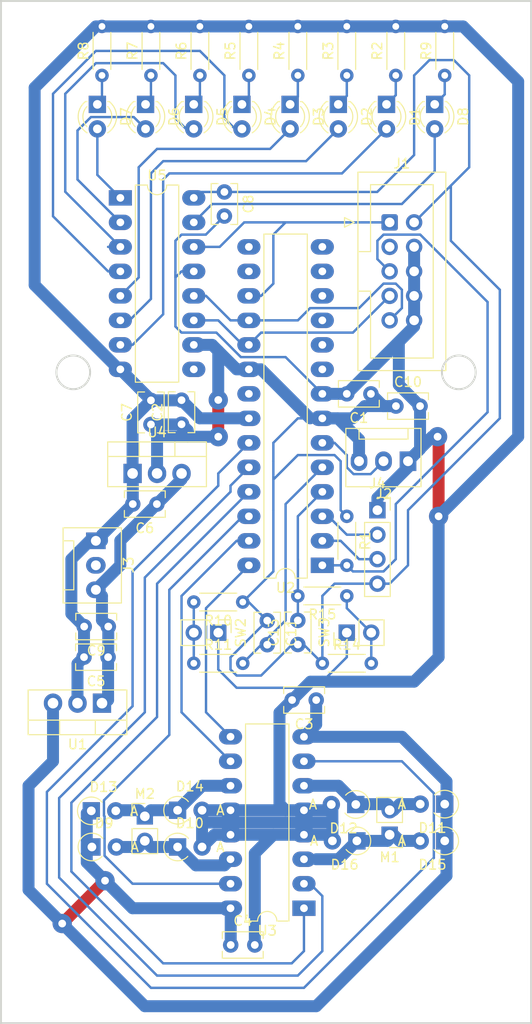
<source format=kicad_pcb>
(kicad_pcb (version 20221018) (generator pcbnew)
  (layers (0 "F.Cu" signal) (31 "B.Cu" signal) (34 "B.Paste" user) (35 "F.Paste" user) (36 "B.SilkS" user "B.Silkscreen") (37 "F.SilkS" user "F.Silkscreen") (38 "B.Mask" user) (39 "F.Mask" user) (44 "Edge.Cuts" user))
  (net 0 "")
  (net 1 "+5V")
  (net 2 "GND")
  (net 3 "VCC")
  (net 4 "Net-(D1-K)")
  (net 5 "Net-(D1-A)")
  (net 6 "Net-(D2-K)")
  (net 7 "Net-(D2-A)")
  (net 8 "Net-(D3-K)")
  (net 9 "Net-(D3-A)")
  (net 10 "Net-(D4-K)")
  (net 11 "Net-(D4-A)")
  (net 12 "Net-(D5-K)")
  (net 13 "Net-(D5-A)")
  (net 14 "Net-(D6-K)")
  (net 15 "Net-(D6-A)")
  (net 16 "Net-(D7-K)")
  (net 17 "Net-(D7-A)")
  (net 18 "Net-(D8-K)")
  (net 19 "Net-(D8-A)")
  (net 20 "Net-(D11-A)")
  (net 21 "Net-(D13-A)")
  (net 22 "Net-(D15-A)")
  (net 24 "Net-(J1-~{RST})")
  (net 25 "Net-(J2-Pin_2)")
  (net 27 "Net-(R10-Pad2)")
  (net 35 "Net-(D10-K)")
  (net 36 "Net-(J4-Pin_3)")
  (net 37 "Net-(J4-Pin_2)")
  (net 41 "Net-(D11-K)")
  (net 42 "/Input right/STATE")
  (net 43 "/Input left/STATE")
  (net 44 "/Eyes/DATA")
  (net 45 "/Eyes/LATCH")
  (net 46 "/Eyes/CLOCK")
  (net 47 "Net-(R14-Pad2)")
  (net 48 "/Engines/2")
  (net 49 "/Engines/1")
  (net 50 "/Engines/1-2 ENABLE")
  (net 51 "/Engines/4")
  (net 52 "/Engines/3")
  (net 53 "/Engines/3-4 ENABLE")
  (footprint "Capacitor_THT:C_Rect_L4.0mm_W2.5mm_P2.50mm" (layer "F.Cu") (at 58.38 78.74 180)
    (fp_text reference "C1")
    (fp_text value "10uF" hide)
  )
  (footprint "Resistor_THT:R_Axial_DIN0204_L3.6mm_D1.6mm_P5.08mm_Horizontal" (layer "F.Cu") (at 40.005 106.68)
    (fp_text reference "R11")
    (fp_text value "10K")
  )
  (footprint "Capacitor_THT:C_Rect_L4.0mm_W2.5mm_P2.50mm" (layer "F.Cu") (at 31.135 102.87 180)
    (fp_text reference "C9")
    (fp_text value "2200uF")
  )
  (footprint "Connector_PinHeader_2.54mm:PinHeader_1x02_P2.54mm_Vertical" (layer "F.Cu") (at 60.325 124.46 180)
    (fp_text reference "M1")
    (fp_text value "Motor_DC")
  )
  (footprint "Connector:FanPinHeader_1x03_P2.54mm_Vertical" (layer "F.Cu") (at 29.845 93.98 -90)
    (fp_text reference "J3")
    (fp_text value "Conn_01x03")
  )
  (footprint "Connector:FanPinHeader_1x03_P2.54mm_Vertical" (layer "F.Cu") (at 62.23 85.725 180)
    (fp_text reference "J2")
    (fp_text value "Conn_01x03")
  )
  (footprint "Package_DIP:DIP-16_W7.62mm_LongPads" (layer "F.Cu") (at 51.435 132.08 180)
    (fp_text reference "U3")
    (fp_text value "L293D")
  )
  (footprint "Connector_PinSocket_2.54mm:PinSocket_1x04_P2.54mm_Vertical" (layer "F.Cu") (at 59.055 90.805)
    (fp_text reference "J4")
    (fp_text value "Conn_01x04_Pin")
  )
  (footprint "Resistor_THT:R_Axial_DIN0204_L3.6mm_D1.6mm_P5.08mm_Horizontal" (layer "F.Cu") (at 53.34 106.68)
    (fp_text reference "R14")
    (fp_text value "10K")
  )
  (footprint "Connector_IDC:IDC-Header_2x05_P2.54mm_Vertical" (layer "F.Cu") (at 60.325 60.96)
    (fp_text reference "J1")
    (fp_text value "AVR-ISP-10")
  )
  (footprint "Package_DIP:DIP-16_W7.62mm_LongPads" (layer "F.Cu") (at 32.385 58.42)
    (fp_text reference "U5")
    (fp_text value "74HC595")
  )
  (footprint "Connector_PinHeader_2.54mm:PinHeader_1x02_P2.54mm_Vertical" (layer "F.Cu") (at 34.925 122.55)
    (fp_text reference "M2")
    (fp_text value "Motor_DC")
  )
  (footprint "Diode_THT:D_A-405_P2.54mm_Vertical_AnodeUp" (layer "F.Cu") (at 66.04 121.285 180)
    (fp_text reference "D11")
    (fp_text value "1N4007")
  )
  (footprint "Capacitor_THT:C_Rect_L4.0mm_W2.5mm_P2.50mm" (layer "F.Cu") (at 36.175 90.17 180)
    (fp_text reference "C6")
    (fp_text value "10uF")
  )
  (footprint "Diode_THT:D_A-405_P2.54mm_Vertical_AnodeUp" (layer "F.Cu") (at 38.325 125.73)
    (fp_text reference "D10")
    (fp_text value "1N4007")
  )
  (footprint "LED_THT:LED_D3.0mm" (layer "F.Cu") (at 30 48.725 -90)
    (fp_text reference "D7")
    (fp_text value "LED")
  )
  (footprint "LED_THT:LED_D3.0mm" (layer "F.Cu") (at 55 48.725 -90)
    (fp_text reference "D2")
    (fp_text value "LED")
  )
  (footprint "Capacitor_THT:C_Rect_L4.0mm_W2.5mm_P2.50mm" (layer "F.Cu") (at 52.705 110.49 180)
    (fp_text reference "C3")
    (fp_text value "100uF")
  )
  (footprint "Resistor_THT:R_Axial_DIN0204_L3.6mm_D1.6mm_P5.08mm_Horizontal" (layer "F.Cu") (at 66.04 45.72 90)
    (fp_text reference "R9")
    (fp_text value "560R")
  )
  (footprint "Resistor_THT:R_Axial_DIN0204_L3.6mm_D1.6mm_P5.08mm_Horizontal" (layer "F.Cu") (at 30.48 45.72 90)
    (fp_text reference "R8")
    (fp_text value "560R")
  )
  (footprint "Resistor_THT:R_Axial_DIN0204_L3.6mm_D1.6mm_P5.08mm_Horizontal" (layer "F.Cu") (at 45.72 45.72 90)
    (fp_text reference "R5")
    (fp_text value "560R")
  )
  (footprint "LED_THT:LED_D3.0mm" (layer "F.Cu") (at 40 48.725 -90)
    (fp_text reference "D5")
    (fp_text value "LED")
  )
  (footprint "Capacitor_THT:C_Rect_L4.0mm_W2.5mm_P2.50mm" (layer "F.Cu") (at 31.115 106.045 180)
    (fp_text reference "C5")
    (fp_text value "100uF")
  )
  (footprint "Resistor_THT:R_Axial_DIN0204_L3.6mm_D1.6mm_P5.08mm_Horizontal" (layer "F.Cu") (at 45.085 100.33 180)
    (fp_text reference "R10")
    (fp_text value "10K")
  )
  (footprint "Package_DIP:DIP-28_W7.62mm_LongPads" (layer "F.Cu") (at 53.34 96.52 180)
    (fp_text reference "U2")
    (fp_text value "ATmega8A-P")
  )
  (footprint "LED_THT:LED_D3.0mm" (layer "F.Cu") (at 35 48.725 -90)
    (fp_text reference "D6")
    (fp_text value "LED")
  )
  (footprint "Diode_THT:D_A-405_P2.54mm_Vertical_AnodeUp" (layer "F.Cu") (at 29.435 125.73)
    (fp_text reference "D9")
    (fp_text value "1N4007")
  )
  (footprint "Resistor_THT:R_Axial_DIN0204_L3.6mm_D1.6mm_P5.08mm_Horizontal" (layer "F.Cu") (at 60.96 45.72 90)
    (fp_text reference "R2")
    (fp_text value "560R")
  )
  (footprint "Diode_THT:D_A-405_P2.54mm_Vertical_AnodeUp" (layer "F.Cu") (at 38.325 121.92)
    (fp_text reference "D14")
    (fp_text value "1N4007")
  )
  (footprint "Diode_THT:D_A-405_P2.54mm_Vertical_AnodeUp" (layer "F.Cu") (at 29.371209 121.980096)
    (fp_text reference "D13")
    (fp_text value "1N4007")
  )
  (footprint "LED_THT:LED_D3.0mm" (layer "F.Cu") (at 60 48.725 -90)
    (fp_text reference "D1")
    (fp_text value "LED")
  )
  (footprint "Resistor_THT:R_Axial_DIN0204_L3.6mm_D1.6mm_P5.08mm_Horizontal" (layer "F.Cu") (at 40.64 45.72 90)
    (fp_text reference "R6")
    (fp_text value "560R")
  )
  (footprint "Package_TO_SOT_THT:TO-220-3_Vertical" (layer "F.Cu") (at 30.48 110.815 180)
    (fp_text reference "U1")
    (fp_text value "L7805")
  )
  (footprint "Connector_PinHeader_2.54mm:PinHeader_1x02_P2.54mm_Vertical" (layer "F.Cu") (at 42.545 103.505 -90)
    (fp_text reference "SW2")
    (fp_text value "SW_Omron_B3FS")
  )
  (footprint "Capacitor_THT:C_Rect_L4.0mm_W2.5mm_P2.50mm" (layer "F.Cu") (at 50.8 104.735 90)
    (fp_text reference "C13")
    (fp_text value "50pF")
  )
  (footprint "Capacitor_THT:C_Rect_L4.0mm_W2.5mm_P2.50mm" (layer "F.Cu") (at 60.98 80.01)
    (fp_text reference "C10")
    (fp_text value "100uF")
  )
  (footprint "Capacitor_THT:C_Rect_L4.0mm_W2.5mm_P2.50mm" (layer "F.Cu") (at 35.56 81.915 90)
    (fp_text reference "C7")
    (fp_text value "100uF")
  )
  (footprint "Resistor_THT:R_Axial_DIN0204_L3.6mm_D1.6mm_P5.08mm_Horizontal" (layer "F.Cu") (at 50.8 45.72 90)
    (fp_text reference "R4")
    (fp_text value "560R")
  )
  (footprint "Package_TO_SOT_THT:TO-220-3_Vertical" (layer "F.Cu") (at 33.655 86.995)
    (fp_text reference "U4")
    (fp_text value "LM1117-5.0")
  )
  (footprint "Diode_THT:D_A-405_P2.54mm_Vertical_AnodeUp" (layer "F.Cu") (at 56.925 125.095 180)
    (fp_text reference "D16")
    (fp_text value "1N4007")
  )
  (footprint "LED_THT:LED_D3.0mm" (layer "F.Cu") (at 50 48.725 -90)
    (fp_text reference "D3")
    (fp_text value "LED")
  )
  (footprint "Resistor_THT:R_Axial_DIN0204_L3.6mm_D1.6mm_P5.08mm_Horizontal" (layer "F.Cu") (at 55.88 45.72 90)
    (fp_text reference "R3")
    (fp_text value "560R")
  )
  (footprint "Resistor_THT:R_Axial_DIN0204_L3.6mm_D1.6mm_P5.08mm_Horizontal" (layer "F.Cu") (at 55.88 99.695 180)
    (fp_text reference "R15")
    (fp_text value "10K")
  )
  (footprint "LED_THT:LED_D3.0mm" (layer "F.Cu") (at 45 48.725 -90)
    (fp_text reference "D4")
    (fp_text value "LED")
  )
  (footprint "Diode_THT:D_A-405_P2.54mm_Vertical_AnodeUp" (layer "F.Cu") (at 56.812063 121.321651 180)
    (fp_text reference "D12")
    (fp_text value "1N4007")
  )
  (footprint "Capacitor_THT:C_Rect_L4.0mm_W2.5mm_P2.50mm" (layer "F.Cu") (at 47.625 102.255 -90)
    (fp_text reference "C11")
    (fp_text value "50pF")
  )
  (footprint "Capacitor_THT:C_Rect_L4.0mm_W2.5mm_P2.50mm" (layer "F.Cu") (at 38.735 81.895 90)
    (fp_text reference "C2")
    (fp_text value "10uF")
  )
  (footprint "Capacitor_THT:C_Rect_L4.0mm_W2.5mm_P2.50mm" (layer "F.Cu") (at 43.18 57.805 -90)
    (fp_text reference "C8")
    (fp_text value "50pF")
  )
  (footprint "Resistor_THT:R_Axial_DIN0204_L3.6mm_D1.6mm_P5.08mm_Horizontal" (layer "F.Cu") (at 35.56 45.72 90)
    (fp_text reference "R7")
    (fp_text value "560R")
  )
  (footprint "Capacitor_THT:C_Rect_L4.0mm_W2.5mm_P2.50mm" (layer "F.Cu") (at 43.835 135.89)
    (fp_text reference "C4")
    (fp_text value "100uF")
  )
  (footprint "LED_THT:LED_D3.0mm" (layer "F.Cu") (at 65 48.725 -90)
    (fp_text reference "D8")
    (fp_text value "LED")
  )
  (footprint "Diode_THT:D_A-405_P2.54mm_Vertical_AnodeUp" (layer "F.Cu") (at 66.04 125.095 180)
    (fp_text reference "D15")
    (fp_text value "1N4007")
  )
  (footprint "Resistor_THT:R_Axial_DIN0204_L3.6mm_D1.6mm_P5.08mm_Horizontal" (layer "F.Cu") (at 55.88 91.44 -90)
    (fp_text reference "R1")
    (fp_text value "10K")
  )
  (footprint "Connector_PinHeader_2.54mm:PinHeader_1x02_P2.54mm_Vertical" (layer "F.Cu") (at 55.875 103.505 90)
    (fp_text reference "SW3")
    (fp_text value "SW_Omron_B3FS")
  )
  (gr_circle (center 67.5 76.51) (end 69.25 76.51) (stroke (width 0.2)) (fill none) (layer "Edge.Cuts"))
  (gr_circle (center 27.5 76.51) (end 29.25 76.51) (stroke (width 0.2)) (fill none) (layer "Edge.Cuts"))
  (gr_rect (start 20 38) (end 75 144) (stroke (width 0.2)) (fill none) (layer "Edge.Cuts"))
  (segment (start 42.545 83.185) (end 42.545 79.375) (width 1.24) (layer "F.Cu") (net 1))
  (via (at 42.545 79.375) (size 2) (drill 0.8) (layers "F.Cu" "B.Cu") (net 1))
  (via (at 42.545 83.185) (size 2) (drill 0.8) (layers "F.Cu" "B.Cu") (net 1))
  (segment (start 57.15 85.725) (end 57.15 83.47) (width 1.24) (layer "B.Cu") (net 1))
  (segment (start 50.8 85.09) (end 48.26 87.63) (width 0.25) (layer "B.Cu") (net 1))
  (segment (start 59.055 98.425) (end 54.61 98.425) (width 0.25) (layer "B.Cu") (net 1))
  (segment (start 50.185 104.755) (end 46.99 107.95) (width 0.25) (layer "B.Cu") (net 1))
  (segment (start 40.005 73.66) (end 41.91 73.66) (width 1.24) (layer "B.Cu") (net 1))
  (segment (start 42.545 83.185) (end 43.18 82.55) (width 0.25) (layer "B.Cu") (net 1))
  (segment (start 41.91 73.66) (end 42.545 74.295) (width 1.24) (layer "B.Cu") (net 1))
  (segment (start 43.18 74.93) (end 42.545 74.295) (width 0.25) (layer "B.Cu") (net 1))
  (segment (start 44.45 76.2) (end 43.18 74.93) (width 0.25) (layer "B.Cu") (net 1))
  (segment (start 66.9925 44.1325) (end 64.4525 44.1325) (width 0.25) (layer "B.Cu") (net 1))
  (segment (start 35.56 81.915) (end 38.715 81.915) (width 1.24) (layer "B.Cu") (net 1))
  (segment (start 36.195 83.185) (end 42.545 83.185) (width 1.24) (layer "B.Cu") (net 1))
  (segment (start 57.15 83.47) (end 54.96 81.28) (width 1.24) (layer "B.Cu") (net 1))
  (segment (start 59.035 57.805) (end 43.18 57.805) (width 0.25) (layer "B.Cu") (net 1))
  (segment (start 51.42 104.755) (end 50.185 104.755) (width 0.25) (layer "B.Cu") (net 1))
  (segment (start 45.7 100.33) (end 47.625 102.255) (width 0.25) (layer "B.Cu") (net 1))
  (segment (start 59.055 98.425) (end 60.325 98.425) (width 0.25) (layer "B.Cu") (net 1))
  (segment (start 36.83 83.185) (end 36.195 83.82) (width 0.25) (layer "B.Cu") (net 1))
  (segment (start 57.16 84.83) (end 56.9 85.09) (width 0.25) (layer "B.Cu") (net 1))
  (segment (start 55.88 91.44) (end 55.245 90.805) (width 0.25) (layer "B.Cu") (net 1))
  (segment (start 44.45 107.95) (end 43.815 107.315) (width 0.25) (layer "B.Cu") (net 1))
  (segment (start 38.715 81.915) (end 38.735 81.895) (width 1.24) (layer "B.Cu") (net 1))
  (segment (start 40.62 57.805) (end 40.005 58.42) (width 0.25) (layer "B.Cu") (net 1))
  (segment (start 46.99 107.95) (end 44.45 107.95) (width 0.25) (layer "B.Cu") (net 1))
  (segment (start 50.8 81.28) (end 48.26 83.82) (width 0.25) (layer "B.Cu") (net 1))
  (segment (start 62.23 90.805) (end 71.755 81.28) (width 0.25) (layer "B.Cu") (net 1))
  (segment (start 54.96 81.28) (end 53.34 81.28) (width 1.24) (layer "B.Cu") (net 1))
  (segment (start 55.245 90.805) (end 55.245 85.725) (width 0.25) (layer "B.Cu") (net 1))
  (segment (start 43.815 107.315) (end 43.815 106.065) (width 0.25) (layer "B.Cu") (net 1))
  (segment (start 71.755 67.945) (end 66.675 62.865) (width 0.25) (layer "B.Cu") (net 1))
  (segment (start 45.085 100.33) (end 45.7 100.33) (width 0.25) (layer "B.Cu") (net 1))
  (segment (start 62.865 53.975) (end 59.035 57.805) (width 0.25) (layer "B.Cu") (net 1))
  (segment (start 44.45 76.2) (end 42.545 74.295) (width 1.24) (layer "B.Cu") (net 1))
  (segment (start 45.085 100.33) (end 48.26 97.155) (width 0.25) (layer "B.Cu") (net 1))
  (segment (start 42.545 83.185) (end 39.37 83.185) (width 0.25) (layer "B.Cu") (net 1))
  (segment (start 53.345 106.68) (end 53.345 99.69) (width 0.25) (layer "B.Cu") (net 1))
  (segment (start 53.34 81.28) (end 56.475 81.28) (width 1.24) (layer "B.Cu") (net 1))
  (segment (start 55.245 85.725) (end 54.61 85.09) (width 0.25) (layer "B.Cu") (net 1))
  (segment (start 52.07 81.28) (end 46.99 76.2) (width 1.24) (layer "B.Cu") (net 1))
  (segment (start 48.26 85.725) (end 48.26 90.805) (width 0.25) (layer "B.Cu") (net 1))
  (segment (start 43.18 57.805) (end 40.62 57.805) (width 0.25) (layer "B.Cu") (net 1))
  (segment (start 68.58 55.245) (end 68.58 45.72) (width 0.25) (layer "B.Cu") (net 1))
  (segment (start 64.4525 44.1325) (end 62.865 45.72) (width 0.25) (layer "B.Cu") (net 1))
  (segment (start 66.675 57.15) (end 68.58 55.245) (width 0.25) (layer "B.Cu") (net 1))
  (segment (start 53.345 106.68) (end 51.42 104.755) (width 0.25) (layer "B.Cu") (net 1))
  (segment (start 57.745 80.01) (end 60.98 80.01) (width 1.24) (layer "B.Cu") (net 1))
  (segment (start 39.37 83.185) (end 36.83 83.185) (width 0.25) (layer "B.Cu") (net 1))
  (segment (start 62.865 45.72) (end 62.865 53.975) (width 0.25) (layer "B.Cu") (net 1))
  (segment (start 52.07 81.28) (end 50.8 81.28) (width 0.25) (layer "B.Cu") (net 1))
  (segment (start 36.195 82.55) (end 35.56 81.915) (width 1.24) (layer "B.Cu") (net 1))
  (segment (start 43.18 74.93) (end 41.91 73.66) (width 0.25) (layer "B.Cu") (net 1))
  (segment (start 62.23 96.52) (end 62.23 90.805) (width 0.25) (layer "B.Cu") (net 1))
  (segment (start 62.865 60.96) (end 63.5 60.96) (width 0.25) (layer "B.Cu") (net 1))
  (segment (start 53.345 99.69) (end 54.61 98.425) (width 0.25) (layer "B.Cu") (net 1))
  (segment (start 36.195 83.185) (end 36.195 82.55) (width 1.24) (layer "B.Cu") (net 1))
  (segment (start 38.735 81.895) (end 39.37 82.53) (width 1.24) (layer "B.Cu") (net 1))
  (segment (start 51.42 104.755) (end 50.805 104.755) (width 0.25) (layer "B.Cu") (net 1))
  (segment (start 60.325 98.425) (end 62.23 96.52) (width 0.25) (layer "B.Cu") (net 1))
  (segment (start 59.65 80.01) (end 58.38 78.74) (width 1.24) (layer "B.Cu") (net 1))
  (segment (start 46.99 76.2) (end 45.72 76.2) (width 1.24) (layer "B.Cu") (net 1))
  (segment (start 48.26 83.82) (end 48.26 85.725) (width 0.25) (layer "B.Cu") (net 1))
  (segment (start 56.475 81.28) (end 57.745 80.01) (width 1.24) (layer "B.Cu") (net 1))
  (segment (start 45.72 76.2) (end 44.45 76.2) (width 1.24) (layer "B.Cu") (net 1))
  (segment (start 39.37 82.53) (end 39.37 83.185) (width 1.24) (layer "B.Cu") (net 1))
  (segment (start 68.58 45.72) (end 66.9925 44.1325) (width 0.25) (layer "B.Cu") (net 1))
  (segment (start 53.34 81.28) (end 52.07 81.28) (width 0.25) (layer "B.Cu") (net 1))
  (segment (start 36.195 83.82) (end 36.195 86.995) (width 0.25) (layer "B.Cu") (net 1))
  (segment (start 48.26 97.155) (end 48.26 90.805) (width 0.25) (layer "B.Cu") (net 1))
  (segment (start 43.815 106.065) (end 47.625 102.255) (width 0.25) (layer "B.Cu") (net 1))
  (segment (start 36.195 86.995) (end 36.195 83.185) (width 1.24) (layer "B.Cu") (net 1))
  (segment (start 42.545 79.375) (end 42.545 74.295) (width 1.24) (layer "B.Cu") (net 1))
  (segment (start 71.755 81.28) (end 71.755 67.945) (width 0.25) (layer "B.Cu") (net 1))
  (segment (start 60.98 80.01) (end 59.65 80.01) (width 1.24) (layer "B.Cu") (net 1))
  (segment (start 54.61 85.09) (end 50.8 85.09) (width 0.25) (layer "B.Cu") (net 1))
  (segment (start 62.865 60.96) (end 66.675 57.15) (width 0.25) (layer "B.Cu") (net 1))
  (segment (start 56.9 85.09) (end 56.515 85.09) (width 0.25) (layer "B.Cu") (net 1))
  (segment (start 66.675 62.865) (end 66.675 57.15) (width 0.25) (layer "B.Cu") (net 1))
  (segment (start 65.2995 91.3345) (end 65.405 91.44) (width 1.24) (layer "F.Cu") (net 2))
  (segment (start 65.405 83.2905) (end 65.2995 83.185) (width 1.24) (layer "F.Cu") (net 2))
  (segment (start 65.405 91.44) (end 65.405 83.2905) (width 1.24) (layer "F.Cu") (net 2))
  (via (at 65.405 91.44) (size 2) (drill 0.8) (layers "F.Cu" "B.Cu") (net 2))
  (via (at 65.2995 83.185) (size 2) (drill 0.8) (layers "F.Cu" "B.Cu") (net 2))
  (segment (start 46.335 126.385) (end 48.26 124.46) (width 1.24) (layer "B.Cu") (net 2))
  (segment (start 53.75 124.46) (end 54.385 125.095) (width 1.24) (layer "B.Cu") (net 2))
  (segment (start 38.735 66.04) (end 40.005 66.04) (width 0.25) (layer "B.Cu") (net 2))
  (segment (start 61.2775 77.8075) (end 61.2775 73.66) (width 1.24) (layer "B.Cu") (net 2))
  (segment (start 38.735 79.395) (end 38.735 80.01) (width 0.25) (layer "B.Cu") (net 2))
  (segment (start 42.545 107.315) (end 44.45 109.22) (width 0.25) (layer "B.Cu") (net 2))
  (segment (start 63.48 84.435) (end 63.48 84.475) (width 1.24) (layer "B.Cu") (net 2))
  (segment (start 59.055 89.535) (end 59.055 90.805) (width 1.24) (layer "B.Cu") (net 2))
  (segment (start 65.405 106.045) (end 62.865 108.585) (width 1.24) (layer "B.Cu") (net 2))
  (segment (start 62.865 71.12) (end 62.865 71.755) (width 1.24) (layer "B.Cu") (net 2))
  (segment (start 29.21 93.98) (end 27.305 95.885) (width 1.24) (layer "B.Cu") (net 2))
  (segment (start 35.56 79.415) (end 38.715 79.415) (width 1.24) (layer "B.Cu") (net 2))
  (segment (start 29.845 93.98) (end 29.21 93.98) (width 1.24) (layer "B.Cu") (net 2))
  (segment (start 42.35 72.39) (end 44.89 74.93) (width 0.25) (layer "B.Cu") (net 2))
  (segment (start 30.48 93.365) (end 33.675 90.17) (width 1.24) (layer "B.Cu") (net 2))
  (segment (start 64.73 83.185) (end 63.48 84.435) (width 1.24) (layer "B.Cu") (net 2))
  (segment (start 53.755 121.92) (end 54.385 121.29) (width 1.24) (layer "B.Cu") (net 2))
  (segment (start 33.675 87.015) (end 33.655 86.995) (width 1.24) (layer "B.Cu") (net 2))
  (segment (start 40.865 121.92) (end 40.865 123.19) (width 1.24) (layer "B.Cu") (net 2))
  (segment (start 38.715 79.415) (end 38.735 79.395) (width 1.24) (layer "B.Cu") (net 2))
  (segment (start 51.435 121.92) (end 51.435 123.19) (width 1.24) (layer "B.Cu") (net 2))
  (segment (start 73.66 46.355) (end 73.66 83.185) (width 1.24) (layer "B.Cu") (net 2))
  (segment (start 43.815 121.92) (end 49.53 121.92) (width 1.24) (layer "B.Cu") (net 2))
  (segment (start 35.56 79.375) (end 32.385 76.2) (width 1.24) (layer "B.Cu") (net 2))
  (segment (start 51.435 124.46) (end 48.26 124.46) (width 1.24) (layer "B.Cu") (net 2))
  (segment (start 41.255 62.23) (end 38.735 62.23) (width 0.25) (layer "B.Cu") (net 2))
  (segment (start 63.48 84.475) (end 62.23 85.725) (width 1.24) (layer "B.Cu") (net 2))
  (segment (start 63.48 80.01) (end 61.2775 77.8075) (width 1.24) (layer "B.Cu") (net 2))
  (segment (start 48.895 111.8) (end 50.205 110.49) (width 1.24) (layer "B.Cu") (net 2))
  (segment (start 40.62 81.28) (end 38.735 79.395) (width 1.24) (layer "B.Cu") (net 2))
  (segment (start 65.2995 83.185) (end 64.73 83.185) (width 1.24) (layer "B.Cu") (net 2))
  (segment (start 65.405 91.44) (end 65.405 106.045) (width 1.24) (layer "B.Cu") (net 2))
  (segment (start 51.435 123.19) (end 50.8 123.19) (width 1.24) (layer "B.Cu") (net 2))
  (segment (start 43.815 124.46) (end 42.135 124.46) (width 1.24) (layer "B.Cu") (net 2))
  (segment (start 27.94 106.72) (end 28.615 106.045) (width 1.24) (layer "B.Cu") (net 2))
  (segment (start 40.865 121.92) (end 43.815 121.92) (width 1.24) (layer "B.Cu") (net 2))
  (segment (start 51.435 121.92) (end 53.755 121.92) (width 1.24) (layer "B.Cu") (net 2))
  (segment (start 38.1 62.865) (end 38.1 66.675) (width 0.25) (layer "B.Cu") (net 2))
  (segment (start 62.23 85.725) (end 62.23 86.36) (width 1.24) (layer "B.Cu") (net 2))
  (segment (start 45.72 81.28) (end 40.62 81.28) (width 1.24) (layer "B.Cu") (net 2))
  (segment (start 23.495 46.99) (end 29.845 40.64) (width 1.24) (layer "B.Cu") (net 2))
  (segment (start 32.385 76.2) (end 33.655 77.47) (width 0.25) (layer "B.Cu") (net 2))
  (segment (start 51.475 109.22) (end 52.11 108.585) (width 0.25) (layer "B.Cu") (net 2))
  (segment (start 33.675 90.17) (end 33.675 87.015) (width 1.24) (layer "B.Cu") (net 2))
  (segment (start 43.815 121.92) (end 43.815 124.46) (width 1.24) (layer "B.Cu") (net 2))
  (segment (start 32.385 76.24) (end 35.56 79.415) (width 0.25) (layer "B.Cu") (net 2))
  (segment (start 73.66 83.185) (end 65.405 91.44) (width 1.24) (layer "B.Cu") (net 2))
  (segment (start 50.205 110.49) (end 52.11 108.585) (width 1.24) (layer "B.Cu") (net 2))
  (segment (start 32.385 76.2) (end 32.385 76.24) (width 0.25) (layer "B.Cu") (net 2))
  (segment (start 62.865 108.585) (end 53.34 108.585) (width 1.24) (layer "B.Cu") (net 2))
  (segment (start 30.48 93.98) (end 29.845 93.98) (width 1.24) (layer "B.Cu") (net 2))
  (segment (start 67.945 40.64) (end 73.66 46.355) (width 1.24) (layer "B.Cu") (net 2))
  (segment (start 27.305 95.885) (end 27.305 101.54) (width 1.24) (layer "B.Cu") (net 2))
  (segment (start 49.53 121.92) (end 51.435 121.92) (width 1.24) (layer "B.Cu") (net 2))
  (segment (start 33.655 86.995) (end 33.655 81.32) (width 1.24) (layer "B.Cu") (net 2))
  (segment (start 51.435 124.46) (end 53.75 124.46) (width 1.24) (layer "B.Cu") (net 2))
  (segment (start 23.495 67.461026) (end 23.495 46.99) (width 1.24) (layer "B.Cu") (net 2))
  (segment (start 61.2775 73.66) (end 61.11875 73.50125) (width 1.24) (layer "B.Cu") (net 2))
  (segment (start 38.735 72.39) (end 42.35 72.39) (width 0.25) (layer "B.Cu") (net 2))
  (segment (start 40.865 123.19) (end 50.8 123.19) (width 1.24) (layer "B.Cu") (net 2))
  (segment (start 54.385 123.19) (end 50.8 123.19) (width 1.24) (layer "B.Cu") (net 2))
  (segment (start 38.735 62.23) (end 38.1 62.865) (width 0.25) (layer "B.Cu") (net 2))
  (segment (start 33.655 81.32) (end 35.56 79.415) (width 1.24) (layer "B.Cu") (net 2))
  (segment (start 54.385 125.095) (end 54.385 123.19) (width 1.24) (layer "B.Cu") (net 2))
  (segment (start 48.895 121.285) (end 48.895 111.8) (width 1.24) (layer "B.Cu") (net 2))
  (segment (start 42.545 103.505) (end 42.545 107.315) (width 0.25) (layer "B.Cu") (net 2))
  (segment (start 38.1 66.675) (end 38.735 66.04) (width 0.25) (layer "B.Cu") (net 2))
  (segment (start 35.56 79.415) (end 35.56 79.375) (width 1.24) (layer "B.Cu") (net 2))
  (segment (start 55.88 106.045) (end 55.88 103.505) (width 0.25) (layer "B.Cu") (net 2))
  (segment (start 53.34 108.585) (end 55.88 106.045) (width 0.25) (layer "B.Cu") (net 2))
  (segment (start 54.385 123.19) (end 54.385 121.29) (width 1.24) (layer "B.Cu") (net 2))
  (segment (start 38.1 71.755) (end 38.735 72.39) (width 0.25) (layer "B.Cu") (net 2))
  (segment (start 42.135 124.46) (end 40.865 125.73) (width 1.24) (layer "B.Cu") (net 2))
  (segment (start 62.865 63.5) (end 62.865 71.12) (width 1.24) (layer "B.Cu") (net 2))
  (segment (start 28.615 106.045) (end 28.615 102.89) (width 1.24) (layer "B.Cu") (net 2))
  (segment (start 63.48 84.435) (end 63.48 80.01) (width 1.24) (layer "B.Cu") (net 2))
  (segment (start 53.34 78.74) (end 52.324 78.74) (width 0.25) (layer "B.Cu") (net 2))
  (segment (start 62.23 86.36) (end 59.055 89.535) (width 1.24) (layer "B.Cu") (net 2))
  (segment (start 52.11 108.585) (end 53.34 108.585) (width 1.24) (layer "B.Cu") (net 2))
  (segment (start 32.385 76.2) (end 32.233974 76.2) (width 1.24) (layer "B.Cu") (net 2))
  (segment (start 55.88 78.74) (end 53.34 78.74) (width 1.24) (layer "B.Cu") (net 2))
  (segment (start 46.335 135.89) (end 46.335 126.385) (width 1.24) (layer "B.Cu") (net 2))
  (segment (start 40.865 123.19) (end 40.865 125.73) (width 1.24) (layer "B.Cu") (net 2))
  (segment (start 44.45 109.22) (end 51.475 109.22) (width 0.25) (layer "B.Cu") (net 2))
  (segment (start 51.435 123.19) (end 51.435 124.46) (width 1.24) (layer "B.Cu") (net 2))
  (segment (start 43.18 60.305) (end 41.255 62.23) (width 0.25) (layer "B.Cu") (net 2))
  (segment (start 44.89 74.93) (end 49.53 74.93) (width 0.25) (layer "B.Cu") (net 2))
  (segment (start 30.48 93.98) (end 30.48 93.365) (width 1.24) (layer "B.Cu") (net 2))
  (segment (start 38.1 66.04) (end 38.1 71.755) (width 0.25) (layer "B.Cu") (net 2))
  (segment (start 28.615 102.89) (end 28.635 102.87) (width 1.24) (layer "B.Cu") (net 2))
  (segment (start 49.53 121.92) (end 48.895 121.285) (width 1.24) (layer "B.Cu") (net 2))
  (segment (start 53.38 78.78) (end 53.34 78.74) (width 0.25) (layer "B.Cu") (net 2))
  (segment (start 62.865 71.755) (end 55.88 78.74) (width 1.24) (layer "B.Cu") (net 2))
  (segment (start 49.53 74.93) (end 53.34 78.74) (width 0.25) (layer "B.Cu") (net 2))
  (segment (start 32.233974 76.2) (end 23.495 67.461026) (width 1.24) (layer "B.Cu") (net 2))
  (segment (start 29.845 40.64) (end 67.945 40.64) (width 1.24) (layer "B.Cu") (net 2))
  (segment (start 62.365 84.83) (end 62.24 84.83) (width 0.25) (layer "B.Cu") (net 2))
  (segment (start 27.94 111.125) (end 27.94 106.72) (width 1.24) (layer "B.Cu") (net 2))
  (segment (start 48.26 124.46) (end 43.815 124.46) (width 1.24) (layer "B.Cu") (net 2))
  (segment (start 27.305 101.54) (end 28.635 102.87) (width 1.24) (layer "B.Cu") (net 2))
  (segment (start 32.385 93.96) (end 32.385 96.505) (width 1.24) (layer "B.Cu") (net 3))
  (segment (start 38.735 87.61) (end 36.175 90.17) (width 1.24) (layer "B.Cu") (net 3))
  (segment (start 29.845 99.06) (end 30.48 99.695) (width 1.24) (layer "B.Cu") (net 3))
  (segment (start 31.135 102.87) (end 31.135 106.025) (width 1.24) (layer "B.Cu") (net 3))
  (segment (start 31.115 110.49) (end 30.48 111.125) (width 1.24) (layer "B.Cu") (net 3))
  (segment (start 32.385 96.51295) (end 29.845 99.05295) (width 1.24) (layer "B.Cu") (net 3))
  (segment (start 32.385 96.505) (end 32.4 96.52) (width 0.25) (layer "B.Cu") (net 3))
  (segment (start 38.735 86.995) (end 38.735 87.61) (width 1.24) (layer "B.Cu") (net 3))
  (segment (start 36.175 90.17) (end 32.385 93.96) (width 1.24) (layer "B.Cu") (net 3))
  (segment (start 31.135 106.025) (end 31.115 106.045) (width 1.24) (layer "B.Cu") (net 3))
  (segment (start 32.385 96.505) (end 32.385 96.51295) (width 1.24) (layer "B.Cu") (net 3))
  (segment (start 30.48 99.695) (end 30.48 102.215) (width 1.24) (layer "B.Cu") (net 3))
  (segment (start 29.845 99.05295) (end 29.845 99.06) (width 1.24) (layer "B.Cu") (net 3))
  (segment (start 30.48 102.215) (end 31.135 102.87) (width 1.24) (layer "B.Cu") (net 3))
  (segment (start 32.4 96.52) (end 32.71 96.52) (width 0.25) (layer "B.Cu") (net 3))
  (segment (start 31.115 106.045) (end 31.115 110.49) (width 1.24) (layer "B.Cu") (net 3))
  (segment (start 60.96 45.72) (end 60.96 47.765) (width 0.25) (layer "B.Cu") (net 4))
  (segment (start 60.96 47.765) (end 60 48.725) (width 0.25) (layer "B.Cu") (net 4))
  (segment (start 37.465 55.88) (end 36.83 56.515) (width 0.25) (layer "B.Cu") (net 5))
  (segment (start 33.655 73.66) (end 32.385 73.66) (width 0.25) (layer "B.Cu") (net 5))
  (segment (start 60 51.265) (end 55.385 55.88) (width 0.25) (layer "B.Cu") (net 5))
  (segment (start 36.83 70.485) (end 33.655 73.66) (width 0.25) (layer "B.Cu") (net 5))
  (segment (start 32.385 73.66) (end 33.02 73.66) (width 0.25) (layer "B.Cu") (net 5))
  (segment (start 36.83 56.515) (end 36.83 70.485) (width 0.25) (layer "B.Cu") (net 5))
  (segment (start 55.385 55.88) (end 37.465 55.88) (width 0.25) (layer "B.Cu") (net 5))
  (segment (start 55.88 47.845) (end 55 48.725) (width 0.25) (layer "B.Cu") (net 6))
  (segment (start 55.88 45.72) (end 55.88 47.845) (width 0.25) (layer "B.Cu") (net 6))
  (segment (start 33.3375 71.12) (end 32.385 71.12) (width 0.25) (layer "B.Cu") (net 7))
  (segment (start 55 51.265) (end 51.655 54.61) (width 0.25) (layer "B.Cu") (net 7))
  (segment (start 35.56 68.8975) (end 33.3375 71.12) (width 0.25) (layer "B.Cu") (net 7))
  (segment (start 36.83 54.61) (end 35.56 55.88) (width 0.25) (layer "B.Cu") (net 7))
  (segment (start 35.56 55.88) (end 35.56 68.8975) (width 0.25) (layer "B.Cu") (net 7))
  (segment (start 32.385 71.12) (end 33.02 71.12) (width 0.25) (layer "B.Cu") (net 7))
  (segment (start 51.655 54.61) (end 36.83 54.61) (width 0.25) (layer "B.Cu") (net 7))
  (segment (start 50.8 47.925) (end 50 48.725) (width 0.25) (layer "B.Cu") (net 8))
  (segment (start 50.8 45.72) (end 50.8 47.925) (width 0.25) (layer "B.Cu") (net 8))
  (segment (start 47.925 53.34) (end 36.195 53.34) (width 0.25) (layer "B.Cu") (net 9))
  (segment (start 50 51.265) (end 47.925 53.34) (width 0.25) (layer "B.Cu") (net 9))
  (segment (start 36.195 53.34) (end 34.29 55.245) (width 0.25) (layer "B.Cu") (net 9))
  (segment (start 34.29 66.675) (end 32.385 68.58) (width 0.25) (layer "B.Cu") (net 9))
  (segment (start 34.29 55.245) (end 34.29 66.675) (width 0.25) (layer "B.Cu") (net 9))
  (segment (start 45 48.725) (end 45.72 48.005) (width 0.25) (layer "B.Cu") (net 10))
  (segment (start 45.72 48.005) (end 45.72 45.72) (width 0.25) (layer "B.Cu") (net 10))
  (segment (start 29.845 43.18) (end 40.64 43.18) (width 0.25) (layer "B.Cu") (net 11))
  (segment (start 25.4 47.625) (end 29.845 43.18) (width 0.25) (layer "B.Cu") (net 11))
  (segment (start 40.64 43.18) (end 43.18 45.72) (width 0.25) (layer "B.Cu") (net 11))
  (segment (start 44.28 51.265) (end 45 51.265) (width 0.25) (layer "B.Cu") (net 11))
  (segment (start 31.115 66.04) (end 25.4 60.325) (width 0.25) (layer "B.Cu") (net 11))
  (segment (start 43.18 50.165) (end 44.28 51.265) (width 0.25) (layer "B.Cu") (net 11))
  (segment (start 25.4 60.325) (end 25.4 47.625) (width 0.25) (layer "B.Cu") (net 11))
  (segment (start 43.18 45.72) (end 43.18 50.165) (width 0.25) (layer "B.Cu") (net 11))
  (segment (start 40.64 48.085) (end 40 48.725) (width 0.25) (layer "B.Cu") (net 12))
  (segment (start 40.64 45.72) (end 40.64 48.085) (width 0.25) (layer "B.Cu") (net 12))
  (segment (start 26.67 57.785) (end 26.67 47.625) (width 0.25) (layer "B.Cu") (net 13))
  (segment (start 38.1 50.165) (end 39.2 51.265) (width 0.25) (layer "B.Cu") (net 13))
  (segment (start 32.385 63.5) (end 31.115 63.5) (width 0.25) (layer "B.Cu") (net 13))
  (segment (start 39.2 51.265) (end 40 51.265) (width 0.25) (layer "B.Cu") (net 13))
  (segment (start 32.385 63.5) (end 26.67 57.785) (width 0.25) (layer "B.Cu") (net 13))
  (segment (start 29.845 44.45) (end 36.83 44.45) (width 0.25) (layer "B.Cu") (net 13))
  (segment (start 36.83 44.45) (end 38.1 45.72) (width 0.25) (layer "B.Cu") (net 13))
  (segment (start 38.1 45.72) (end 38.1 50.165) (width 0.25) (layer "B.Cu") (net 13))
  (segment (start 26.67 47.625) (end 29.845 44.45) (width 0.25) (layer "B.Cu") (net 13))
  (segment (start 35.56 45.72) (end 35.56 48.165) (width 0.25) (layer "B.Cu") (net 14))
  (segment (start 35.56 48.165) (end 35 48.725) (width 0.25) (layer "B.Cu") (net 14))
  (segment (start 27.94 56.515) (end 27.94 51.435) (width 0.25) (layer "B.Cu") (net 15))
  (segment (start 29.335 50.04) (end 33.775 50.04) (width 0.25) (layer "B.Cu") (net 15))
  (segment (start 33.775 50.04) (end 35 51.265) (width 0.25) (layer "B.Cu") (net 15))
  (segment (start 27.94 51.435) (end 29.335 50.04) (width 0.25) (layer "B.Cu") (net 15))
  (segment (start 32.385 60.96) (end 27.94 56.515) (width 0.25) (layer "B.Cu") (net 15))
  (segment (start 30.48 48.245) (end 30 48.725) (width 0.25) (layer "B.Cu") (net 16))
  (segment (start 30.48 45.72) (end 30.48 48.245) (width 0.25) (layer "B.Cu") (net 16))
  (segment (start 30 51.265) (end 30 56.035) (width 0.25) (layer "B.Cu") (net 17))
  (segment (start 30 56.035) (end 32.385 58.42) (width 0.25) (layer "B.Cu") (net 17))
  (segment (start 66.04 47.685) (end 65 48.725) (width 0.25) (layer "B.Cu") (net 18))
  (segment (start 66.04 45.72) (end 66.04 47.685) (width 0.25) (layer "B.Cu") (net 18))
  (segment (start 65 55.65) (end 65 51.265) (width 0.25) (layer "B.Cu") (net 19))
  (segment (start 41.91 59.055) (end 61.595 59.055) (width 0.25) (layer "B.Cu") (net 19))
  (segment (start 40.005 60.96) (end 41.91 59.055) (width 0.25) (layer "B.Cu") (net 19))
  (segment (start 61.595 59.055) (end 65 55.65) (width 0.25) (layer "B.Cu") (net 19))
  (segment (start 55.015 119.38) (end 56.925 121.29) (width 1.24) (layer "B.Cu") (net 20))
  (segment (start 61.37 121.285) (end 60.735 121.92) (width 1.24) (layer "B.Cu") (net 20))
  (segment (start 51.435 119.38) (end 55.015 119.38) (width 1.24) (layer "B.Cu") (net 20))
  (segment (start 60.105 121.29) (end 60.735 121.92) (width 1.24) (layer "B.Cu") (net 20))
  (segment (start 63.685 121.285) (end 61.37 121.285) (width 1.24) (layer "B.Cu") (net 20))
  (segment (start 56.925 121.29) (end 60.105 121.29) (width 1.24) (layer "B.Cu") (net 20))
  (segment (start 31.75 121.92) (end 34.295 121.92) (width 1.24) (layer "B.Cu") (net 21))
  (segment (start 34.295 121.92) (end 34.925 122.55) (width 1.24) (layer "B.Cu") (net 21))
  (segment (start 40.865 119.38) (end 38.325 121.92) (width 1.24) (layer "B.Cu") (net 21))
  (segment (start 38.325 121.92) (end 38.325 121.695) (width 1.24) (layer "B.Cu") (net 21))
  (segment (start 35.555 121.92) (end 34.925 122.55) (width 1.24) (layer "B.Cu") (net 21))
  (segment (start 43.815 119.38) (end 40.865 119.38) (width 1.24) (layer "B.Cu") (net 21))
  (segment (start 38.325 121.92) (end 35.555 121.92) (width 1.24) (layer "B.Cu") (net 21))
  (segment (start 56.925 125.095) (end 55.02 127) (width 1.24) (layer "B.Cu") (net 22))
  (segment (start 60.1 125.095) (end 60.735 124.46) (width 1.24) (layer "B.Cu") (net 22))
  (segment (start 56.925 125.095) (end 60.1 125.095) (width 1.24) (layer "B.Cu") (net 22))
  (segment (start 55.02 127) (end 52.705 127) (width 1.24) (layer "B.Cu") (net 22))
  (segment (start 61.37 125.095) (end 60.735 124.46) (width 1.24) (layer "B.Cu") (net 22))
  (segment (start 63.685 125.095) (end 61.37 125.095) (width 1.24) (layer "B.Cu") (net 22))
  (segment (start 63.5 62.23) (end 70.485 69.215) (width 0.25) (layer "B.Cu") (net 24))
  (segment (start 70.485 80.645) (end 60.96 90.17) (width 0.25) (layer "B.Cu") (net 24))
  (segment (start 60.96 90.17) (end 60.96 95.885) (width 0.25) (layer "B.Cu") (net 24))
  (segment (start 59.055 62.865) (end 59.69 62.23) (width 0.25) (layer "B.Cu") (net 24))
  (segment (start 59.055 64.77) (end 59.055 62.865) (width 0.25) (layer "B.Cu") (net 24))
  (segment (start 59.69 62.23) (end 63.5 62.23) (width 0.25) (layer "B.Cu") (net 24))
  (segment (start 70.485 69.215) (end 70.485 80.645) (width 0.25) (layer "B.Cu") (net 24))
  (segment (start 55.88 96.52) (end 53.34 96.52) (width 0.25) (layer "B.Cu") (net 24))
  (segment (start 60.96 95.885) (end 59.69 97.155) (width 0.25) (layer "B.Cu") (net 24))
  (segment (start 56.515 97.155) (end 55.88 96.52) (width 0.25) (layer "B.Cu") (net 24))
  (segment (start 59.69 97.155) (end 56.515 97.155) (width 0.25) (layer "B.Cu") (net 24))
  (segment (start 60.325 66.04) (end 59.055 64.77) (width 0.25) (layer "B.Cu") (net 24))
  (segment (start 55.88 85.09) (end 55.88 86.36) (width 0.25) (layer "B.Cu") (net 25))
  (segment (start 56.585 87.065) (end 58.35 87.065) (width 0.25) (layer "B.Cu") (net 25))
  (segment (start 55.88 86.36) (end 56.585 87.065) (width 0.25) (layer "B.Cu") (net 25))
  (segment (start 58.35 87.065) (end 59.69 85.725) (width 0.25) (layer "B.Cu") (net 25))
  (segment (start 59.69 85.725) (end 59.69 85.09) (width 0.25) (layer "B.Cu") (net 25))
  (segment (start 54.61 83.82) (end 55.88 85.09) (width 0.25) (layer "B.Cu") (net 25))
  (segment (start 53.34 83.82) (end 54.61 83.82) (width 0.25) (layer "B.Cu") (net 25))
  (segment (start 40.005 103.505) (end 40.005 106.68) (width 0.25) (layer "B.Cu") (net 27))
  (segment (start 40.005 100.33) (end 40.005 103.505) (width 0.25) (layer "B.Cu") (net 27))
  (segment (start 31.75 125.73) (end 34.29 125.73) (width 1.24) (layer "B.Cu") (net 35))
  (segment (start 38.325 125.73) (end 40.23 127.635) (width 1.24) (layer "B.Cu") (net 35))
  (segment (start 38.325 125.73) (end 35.56 125.73) (width 1.24) (layer "B.Cu") (net 35))
  (segment (start 40.23 127.635) (end 43.18 127.635) (width 1.24) (layer "B.Cu") (net 35))
  (segment (start 35.56 125.73) (end 34.925 125.095) (width 1.24) (layer "B.Cu") (net 35))
  (segment (start 34.29 125.73) (end 34.925 125.095) (width 1.24) (layer "B.Cu") (net 35))
  (segment (start 38.325 125.73) (end 38.325 125.955) (width 1.24) (layer "B.Cu") (net 35))
  (segment (start 43.18 127.635) (end 43.815 127) (width 1.24) (layer "B.Cu") (net 35))
  (segment (start 53.34 93.98) (end 55.245 93.98) (width 0.25) (layer "B.Cu") (net 36))
  (segment (start 55.245 93.98) (end 57.15 95.885) (width 0.25) (layer "B.Cu") (net 36))
  (segment (start 57.15 95.885) (end 59.055 95.885) (width 0.25) (layer "B.Cu") (net 36))
  (segment (start 55.88 93.345) (end 53.975 91.44) (width 0.25) (layer "B.Cu") (net 37))
  (segment (start 59.055 93.345) (end 55.88 93.345) (width 0.25) (layer "B.Cu") (net 37))
  (segment (start 53.34 91.44) (end 53.975 91.44) (width 0.25) (layer "B.Cu") (net 37))
  (segment (start 26.3525 133.6675) (end 30.7975 129.2225) (width 1.24) (layer "F.Cu") (net 41))
  (via (at 26.3525 133.6675) (size 2) (drill 0.8) (layers "F.Cu" "B.Cu") (net 41))
  (via (at 30.7975 129.2225) (size 2) (drill 0.8) (layers "F.Cu" "B.Cu") (net 41))
  (segment (start 66.225 125.095) (end 66.225 128.72) (width 1.24) (layer "B.Cu") (net 41))
  (segment (start 66.225 121.285) (end 66.225 125.095) (width 1.24) (layer "B.Cu") (net 41))
  (segment (start 52.705 110.49) (end 52.705 113.03) (width 1.24) (layer "B.Cu") (net 41))
  (segment (start 51.435 114.3) (end 61.595 114.3) (width 1.24) (layer "B.Cu") (net 41))
  (segment (start 28.9 122.23) (end 28.9 127.325) (width 1.24) (layer "B.Cu") (net 41))
  (segment (start 66.225 128.72) (end 52.705 142.24) (width 1.24) (layer "B.Cu") (net 41))
  (segment (start 43.835 132.1) (end 43.815 132.08) (width 1.24) (layer "B.Cu") (net 41))
  (segment (start 43.835 135.89) (end 43.835 132.1) (width 1.24) (layer "B.Cu") (net 41))
  (segment (start 28.9 127.325) (end 33.655 132.08) (width 1.24) (layer "B.Cu") (net 41))
  (segment (start 29.21 121.92) (end 28.9 122.23) (width 1.24) (layer "B.Cu") (net 41))
  (segment (start 52.705 113.03) (end 51.435 114.3) (width 1.24) (layer "B.Cu") (net 41))
  (segment (start 33.655 132.08) (end 43.815 132.08) (width 1.24) (layer "B.Cu") (net 41))
  (segment (start 22.86 130.175) (end 22.86 119.38) (width 1.24) (layer "B.Cu") (net 41))
  (segment (start 26.3525 133.6675) (end 22.86 130.175) (width 1.24) (layer "B.Cu") (net 41))
  (segment (start 61.595 114.3) (end 66.225 118.93) (width 1.24) (layer "B.Cu") (net 41))
  (segment (start 52.705 142.24) (end 34.925 142.24) (width 1.24) (layer "B.Cu") (net 41))
  (segment (start 34.925 142.24) (end 26.3525 133.6675) (width 1.24) (layer "B.Cu") (net 41))
  (segment (start 25.4 116.84) (end 25.4 111.125) (width 1.24) (layer "B.Cu") (net 41))
  (segment (start 22.86 119.38) (end 25.4 116.84) (width 1.24) (layer "B.Cu") (net 41))
  (segment (start 33.655 132.08) (end 30.7975 129.2225) (width 1.24) (layer "B.Cu") (net 41))
  (segment (start 66.225 118.93) (end 66.225 121.285) (width 1.24) (layer "B.Cu") (net 41))
  (segment (start 47.01 104.755) (end 47.625 104.755) (width 0.25) (layer "B.Cu") (net 42))
  (segment (start 49.53 102.235) (end 49.53 90.17) (width 0.25) (layer "B.Cu") (net 42))
  (segment (start 45.085 106.68) (end 47.01 104.755) (width 0.25) (layer "B.Cu") (net 42))
  (segment (start 47.625 104.755) (end 47.625 104.14) (width 0.25) (layer "B.Cu") (net 42))
  (segment (start 47.625 104.14) (end 49.53 102.235) (width 0.25) (layer "B.Cu") (net 42))
  (segment (start 49.53 90.17) (end 53.34 86.36) (width 0.25) (layer "B.Cu") (net 42))
  (segment (start 50.8 91.44) (end 50.8 95.885) (width 0.25) (layer "B.Cu") (net 43))
  (segment (start 50.805 98.425) (end 50.805 102.255) (width 0.25) (layer "B.Cu") (net 43))
  (segment (start 50.805 95.89) (end 50.805 98.425) (width 0.25) (layer "B.Cu") (net 43))
  (segment (start 50.8 95.885) (end 50.805 95.89) (width 0.25) (layer "B.Cu") (net 43))
  (segment (start 53.34 88.9) (end 50.8 91.44) (width 0.25) (layer "B.Cu") (net 43))
  (segment (start 45.235496 60.96) (end 42.695496 63.5) (width 0.25) (layer "B.Cu") (net 44))
  (segment (start 42.695496 63.5) (end 40.005 63.5) (width 0.25) (layer "B.Cu") (net 44))
  (segment (start 49.53 60.96) (end 45.235496 60.96) (width 0.25) (layer "B.Cu") (net 44))
  (segment (start 60.325 60.96) (end 49.53 60.96) (width 0.25) (layer "B.Cu") (net 44))
  (segment (start 48.26 62.23) (end 49.53 60.96) (width 0.25) (layer "B.Cu") (net 44))
  (segment (start 46.99 68.58) (end 48.26 67.31) (width 0.25) (layer "B.Cu") (net 44))
  (segment (start 45.085 68.58) (end 45.72 68.58) (width 0.25) (layer "B.Cu") (net 44))
  (segment (start 48.26 67.31) (end 48.26 62.23) (width 0.25) (layer "B.Cu") (net 44))
  (segment (start 45.72 68.58) (end 46.99 68.58) (width 0.25) (layer "B.Cu") (net 44))
  (segment (start 45.72 71.12) (end 43.816396 71.12) (width 0.25) (layer "B.Cu") (net 45))
  (segment (start 60.96 67.31) (end 59.69 67.31) (width 0.25) (layer "B.Cu") (net 45))
  (segment (start 52.07 69.85) (end 50.8 71.12) (width 0.25) (layer "B.Cu") (net 45))
  (segment (start 61.595 67.945) (end 60.96 67.31) (width 0.25) (layer "B.Cu") (net 45))
  (segment (start 57.15 69.85) (end 52.07 69.85) (width 0.25) (layer "B.Cu") (net 45))
  (segment (start 50.8 71.12) (end 45.72 71.12) (width 0.25) (layer "B.Cu") (net 45))
  (segment (start 59.69 67.31) (end 57.15 69.85) (width 0.25) (layer "B.Cu") (net 45))
  (segment (start 61.595 69.85) (end 61.595 67.945) (width 0.25) (layer "B.Cu") (net 45))
  (segment (start 43.816396 71.12) (end 41.276396 68.58) (width 0.25) (layer "B.Cu") (net 45))
  (segment (start 41.276396 68.58) (end 40.005 68.58) (width 0.25) (layer "B.Cu") (net 45))
  (segment (start 60.325 71.12) (end 61.595 69.85) (width 0.25) (layer "B.Cu") (net 45))
  (segment (start 45.72 73.66) (end 45.085 73.66) (width 0.25) (layer "B.Cu") (net 46))
  (segment (start 60.325 68.58) (end 56.515 72.39) (width 0.25) (layer "B.Cu") (net 46))
  (segment (start 46.99 72.39) (end 45.72 73.66) (width 0.25) (layer "B.Cu") (net 46))
  (segment (start 42.545 71.12) (end 40.005 71.12) (width 0.25) (layer "B.Cu") (net 46))
  (segment (start 56.515 72.39) (end 46.99 72.39) (width 0.25) (layer "B.Cu") (net 46))
  (segment (start 45.085 73.66) (end 42.545 71.12) (width 0.25) (layer "B.Cu") (net 46))
  (segment (start 58.42 103.505) (end 58.42 106.675) (width 0.25) (layer "B.Cu") (net 47))
  (segment (start 58.42 106.675) (end 58.425 106.68) (width 0.25) (layer "B.Cu") (net 47))
  (segment (start 58.425 103.5) (end 58.42 103.505) (width 0.25) (layer "B.Cu") (net 47))
  (segment (start 55.88 100.965) (end 58.42 103.505) (width 0.25) (layer "B.Cu") (net 47))
  (segment (start 55.88 99.695) (end 55.88 100.965) (width 0.25) (layer "B.Cu") (net 47))
  (segment (start 33.655 97.155) (end 33.655 111.125) (width 0.25) (layer "B.Cu") (net 48))
  (segment (start 24.765 129.54) (end 35.56 140.335) (width 0.25) (layer "B.Cu") (net 48))
  (segment (start 24.765 120.015) (end 24.765 129.54) (width 0.25) (layer "B.Cu") (net 48))
  (segment (start 64.91 126.86) (end 64.91 120.155) (width 0.25) (layer "B.Cu") (net 48))
  (segment (start 51.435 140.335) (end 64.91 126.86) (width 0.25) (layer "B.Cu") (net 48))
  (segment (start 42.545 86.995) (end 42.545 88.265) (width 0.25) (layer "B.Cu") (net 48))
  (segment (start 45.72 83.82) (end 42.545 86.995) (width 0.25) (layer "B.Cu") (net 48))
  (segment (start 61.595 116.84) (end 51.435 116.84) (width 0.25) (layer "B.Cu") (net 48))
  (segment (start 42.545 88.265) (end 33.655 97.155) (width 0.25) (layer "B.Cu") (net 48))
  (segment (start 64.91 120.155) (end 61.595 116.84) (width 0.25) (layer "B.Cu") (net 48))
  (segment (start 33.655 111.125) (end 24.765 120.015) (width 0.25) (layer "B.Cu") (net 48))
  (segment (start 35.56 140.335) (end 51.435 140.335) (width 0.25) (layer "B.Cu") (net 48))
  (segment (start 34.925 97.79) (end 43.815 88.9) (width 0.25) (layer "B.Cu") (net 49))
  (segment (start 43.815 88.265) (end 45.72 86.36) (width 0.25) (layer "B.Cu") (net 49))
  (segment (start 26.035 120.65) (end 34.925 111.76) (width 0.25) (layer "B.Cu") (net 49))
  (segment (start 53.34 136.525) (end 50.8 139.065) (width 0.25) (layer "B.Cu") (net 49))
  (segment (start 26.035 128.905) (end 26.035 120.65) (width 0.25) (layer "B.Cu") (net 49))
  (segment (start 45.974 86.106) (end 45.72 86.36) (width 0.25) (layer "B.Cu") (net 49))
  (segment (start 53.34 130.81) (end 53.34 136.525) (width 0.25) (layer "B.Cu") (net 49))
  (segment (start 50.8 139.065) (end 36.195 139.065) (width 0.25) (layer "B.Cu") (net 49))
  (segment (start 36.195 139.065) (end 26.035 128.905) (width 0.25) (layer "B.Cu") (net 49))
  (segment (start 52.07 129.54) (end 53.34 130.81) (width 0.25) (layer "B.Cu") (net 49))
  (segment (start 34.925 111.76) (end 34.925 97.79) (width 0.25) (layer "B.Cu") (net 49))
  (segment (start 51.435 129.54) (end 52.07 129.54) (width 0.25) (layer "B.Cu") (net 49))
  (segment (start 43.815 88.9) (end 43.815 88.265) (width 0.25) (layer "B.Cu") (net 49))
  (segment (start 51.435 132.08) (end 51.435 136.525) (width 0.25) (layer "B.Cu") (net 50))
  (segment (start 27.305 128.27) (end 27.305 121.1375) (width 0.25) (layer "B.Cu") (net 50))
  (segment (start 27.305 121.1375) (end 36.195 112.2475) (width 0.25) (layer "B.Cu") (net 50))
  (segment (start 36.195 112.2475) (end 36.195 98.425) (width 0.25) (layer "B.Cu") (net 50))
  (segment (start 50.165 137.795) (end 36.83 137.795) (width 0.25) (layer "B.Cu") (net 50))
  (segment (start 36.83 137.795) (end 27.305 128.27) (width 0.25) (layer "B.Cu") (net 50))
  (segment (start 51.435 136.525) (end 50.165 137.795) (width 0.25) (layer "B.Cu") (net 50))
  (segment (start 36.195 98.425) (end 45.72 88.9) (width 0.25) (layer "B.Cu") (net 50))
  (segment (start 30.686209 122.487508) (end 30.686209 120.890085) (width 0.25) (layer "B.Cu") (net 51))
  (segment (start 30.75 126.635) (end 30.75 122.551299) (width 0.25) (layer "B.Cu") (net 51))
  (segment (start 30.75 122.551299) (end 30.686209 122.487508) (width 0.25) (layer "B.Cu") (net 51))
  (segment (start 33.655 129.54) (end 30.75 126.635) (width 0.25) (layer "B.Cu") (net 51))
  (segment (start 30.686209 120.890085) (end 37.465 114.111294) (width 0.25) (layer "B.Cu") (net 51))
  (segment (start 37.465 99.06) (end 45.085 91.44) (width 0.25) (layer "B.Cu") (net 51))
  (segment (start 37.465 114.111294) (end 37.465 99.06) (width 0.25) (layer "B.Cu") (net 51))
  (segment (start 45.085 91.44) (end 45.72 91.44) (width 0.25) (layer "B.Cu") (net 51))
  (segment (start 43.815 129.54) (end 33.655 129.54) (width 0.25) (layer "B.Cu") (net 51))
  (segment (start 44.45 93.98) (end 38.735 99.695) (width 0.25) (layer "B.Cu") (net 52))
  (segment (start 38.735 111.76) (end 43.815 116.84) (width 0.25) (layer "B.Cu") (net 52))
  (segment (start 45.72 93.98) (end 44.45 93.98) (width 0.25) (layer "B.Cu") (net 52))
  (segment (start 38.735 99.695) (end 38.735 111.76) (width 0.25) (layer "B.Cu") (net 52))
  (segment (start 41.275 100.965) (end 45.72 96.52) (width 0.25) (layer "B.Cu") (net 53))
  (segment (start 41.275 111.76) (end 41.275 100.965) (width 0.25) (layer "B.Cu") (net 53))
  (segment (start 43.815 114.3) (end 41.275 111.76) (width 0.25) (layer "B.Cu") (net 53))
)
</source>
